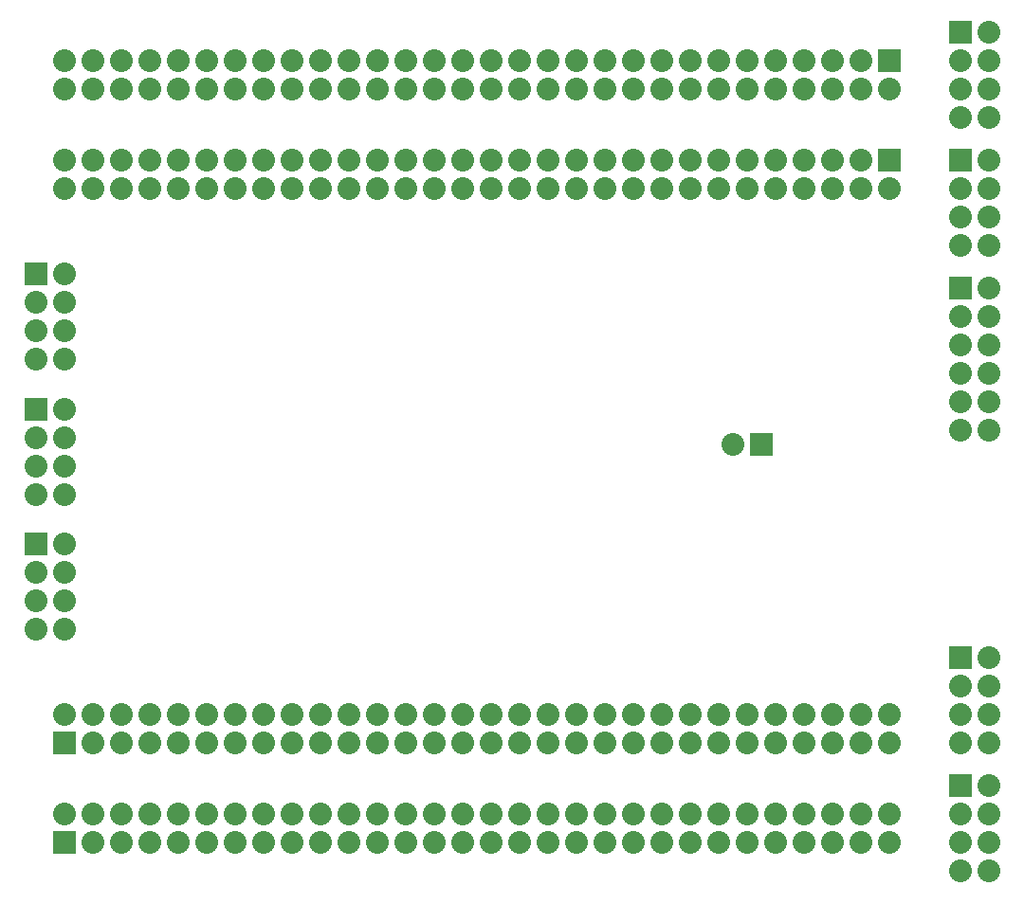
<source format=gbs>
G04 (created by PCBNEW-RS274X (2012-01-19 BZR 3256)-stable) date 01/09/2012 10:21:08*
G01*
G70*
G90*
%MOIN*%
G04 Gerber Fmt 3.4, Leading zero omitted, Abs format*
%FSLAX34Y34*%
G04 APERTURE LIST*
%ADD10C,0.006000*%
%ADD11R,0.080000X0.080000*%
%ADD12C,0.080000*%
G04 APERTURE END LIST*
G54D10*
G54D11*
X12000Y-36000D03*
G54D12*
X12000Y-35000D03*
X17000Y-36000D03*
X13000Y-35000D03*
X18000Y-36000D03*
X14000Y-35000D03*
X19000Y-36000D03*
X15000Y-35000D03*
X20000Y-36000D03*
X16000Y-35000D03*
X21000Y-36000D03*
X17000Y-35000D03*
X22000Y-36000D03*
X18000Y-35000D03*
X23000Y-36000D03*
X19000Y-35000D03*
X24000Y-36000D03*
X20000Y-35000D03*
X25000Y-36000D03*
X21000Y-35000D03*
X26000Y-36000D03*
X22000Y-35000D03*
X27000Y-36000D03*
X23000Y-35000D03*
X24000Y-35000D03*
X28000Y-36000D03*
X25000Y-35000D03*
X27000Y-35000D03*
X28000Y-35000D03*
X29000Y-35000D03*
X30000Y-35000D03*
X29000Y-36000D03*
X30000Y-36000D03*
X13000Y-36000D03*
X14000Y-36000D03*
X15000Y-36000D03*
X16000Y-36000D03*
X31000Y-36000D03*
X31000Y-35000D03*
X26000Y-35000D03*
X32000Y-36000D03*
X32000Y-35000D03*
X33000Y-36000D03*
X33000Y-35000D03*
X34000Y-36000D03*
X34000Y-35000D03*
X35000Y-36000D03*
X35000Y-35000D03*
X36000Y-36000D03*
X36000Y-35000D03*
X37000Y-36000D03*
X37000Y-35000D03*
X38000Y-36000D03*
X38000Y-35000D03*
X39000Y-36000D03*
X39000Y-35000D03*
X40000Y-36000D03*
X40000Y-35000D03*
X41000Y-36000D03*
X41000Y-35000D03*
G54D11*
X41000Y-12000D03*
G54D12*
X41000Y-13000D03*
X36000Y-12000D03*
X40000Y-13000D03*
X35000Y-12000D03*
X39000Y-13000D03*
X34000Y-12000D03*
X38000Y-13000D03*
X33000Y-12000D03*
X37000Y-13000D03*
X32000Y-12000D03*
X36000Y-13000D03*
X31000Y-12000D03*
X35000Y-13000D03*
X30000Y-12000D03*
X34000Y-13000D03*
X29000Y-12000D03*
X33000Y-13000D03*
X28000Y-12000D03*
X32000Y-13000D03*
X27000Y-12000D03*
X31000Y-13000D03*
X26000Y-12000D03*
X30000Y-13000D03*
X29000Y-13000D03*
X25000Y-12000D03*
X28000Y-13000D03*
X26000Y-13000D03*
X25000Y-13000D03*
X24000Y-13000D03*
X23000Y-13000D03*
X24000Y-12000D03*
X23000Y-12000D03*
X40000Y-12000D03*
X39000Y-12000D03*
X38000Y-12000D03*
X37000Y-12000D03*
X22000Y-12000D03*
X22000Y-13000D03*
X27000Y-13000D03*
X21000Y-12000D03*
X21000Y-13000D03*
X20000Y-12000D03*
X20000Y-13000D03*
X19000Y-12000D03*
X19000Y-13000D03*
X18000Y-12000D03*
X18000Y-13000D03*
X17000Y-12000D03*
X17000Y-13000D03*
X16000Y-12000D03*
X16000Y-13000D03*
X15000Y-12000D03*
X15000Y-13000D03*
X14000Y-12000D03*
X14000Y-13000D03*
X13000Y-12000D03*
X13000Y-13000D03*
X12000Y-12000D03*
X12000Y-13000D03*
G54D11*
X12000Y-32500D03*
G54D12*
X12000Y-31500D03*
X17000Y-32500D03*
X13000Y-31500D03*
X18000Y-32500D03*
X14000Y-31500D03*
X19000Y-32500D03*
X15000Y-31500D03*
X20000Y-32500D03*
X16000Y-31500D03*
X21000Y-32500D03*
X17000Y-31500D03*
X22000Y-32500D03*
X18000Y-31500D03*
X23000Y-32500D03*
X19000Y-31500D03*
X24000Y-32500D03*
X20000Y-31500D03*
X25000Y-32500D03*
X21000Y-31500D03*
X26000Y-32500D03*
X22000Y-31500D03*
X27000Y-32500D03*
X23000Y-31500D03*
X24000Y-31500D03*
X28000Y-32500D03*
X25000Y-31500D03*
X27000Y-31500D03*
X28000Y-31500D03*
X29000Y-31500D03*
X30000Y-31500D03*
X29000Y-32500D03*
X30000Y-32500D03*
X13000Y-32500D03*
X14000Y-32500D03*
X15000Y-32500D03*
X16000Y-32500D03*
X31000Y-32500D03*
X31000Y-31500D03*
X26000Y-31500D03*
X32000Y-32500D03*
X32000Y-31500D03*
X33000Y-32500D03*
X33000Y-31500D03*
X34000Y-32500D03*
X34000Y-31500D03*
X35000Y-32500D03*
X35000Y-31500D03*
X36000Y-32500D03*
X36000Y-31500D03*
X37000Y-32500D03*
X37000Y-31500D03*
X38000Y-32500D03*
X38000Y-31500D03*
X39000Y-32500D03*
X39000Y-31500D03*
X40000Y-32500D03*
X40000Y-31500D03*
X41000Y-32500D03*
X41000Y-31500D03*
G54D11*
X41000Y-08500D03*
G54D12*
X41000Y-09500D03*
X36000Y-08500D03*
X40000Y-09500D03*
X35000Y-08500D03*
X39000Y-09500D03*
X34000Y-08500D03*
X38000Y-09500D03*
X33000Y-08500D03*
X37000Y-09500D03*
X32000Y-08500D03*
X36000Y-09500D03*
X31000Y-08500D03*
X35000Y-09500D03*
X30000Y-08500D03*
X34000Y-09500D03*
X29000Y-08500D03*
X33000Y-09500D03*
X28000Y-08500D03*
X32000Y-09500D03*
X27000Y-08500D03*
X31000Y-09500D03*
X26000Y-08500D03*
X30000Y-09500D03*
X29000Y-09500D03*
X25000Y-08500D03*
X28000Y-09500D03*
X26000Y-09500D03*
X25000Y-09500D03*
X24000Y-09500D03*
X23000Y-09500D03*
X24000Y-08500D03*
X23000Y-08500D03*
X40000Y-08500D03*
X39000Y-08500D03*
X38000Y-08500D03*
X37000Y-08500D03*
X22000Y-08500D03*
X22000Y-09500D03*
X27000Y-09500D03*
X21000Y-08500D03*
X21000Y-09500D03*
X20000Y-08500D03*
X20000Y-09500D03*
X19000Y-08500D03*
X19000Y-09500D03*
X18000Y-08500D03*
X18000Y-09500D03*
X17000Y-08500D03*
X17000Y-09500D03*
X16000Y-08500D03*
X16000Y-09500D03*
X15000Y-08500D03*
X15000Y-09500D03*
X14000Y-08500D03*
X14000Y-09500D03*
X13000Y-08500D03*
X13000Y-09500D03*
X12000Y-08500D03*
X12000Y-09500D03*
G54D11*
X43500Y-16500D03*
G54D12*
X44500Y-16500D03*
X43500Y-17500D03*
X44500Y-17500D03*
X43500Y-18500D03*
X44500Y-18500D03*
X43500Y-19500D03*
X44500Y-19500D03*
X43500Y-20500D03*
X44500Y-20500D03*
X43500Y-21500D03*
X44500Y-21500D03*
G54D11*
X43500Y-12000D03*
G54D12*
X44500Y-12000D03*
X43500Y-13000D03*
X44500Y-13000D03*
X43500Y-14000D03*
X44500Y-14000D03*
X43500Y-15000D03*
X44500Y-15000D03*
G54D11*
X43500Y-07500D03*
G54D12*
X44500Y-07500D03*
X43500Y-08500D03*
X44500Y-08500D03*
X43500Y-09500D03*
X44500Y-09500D03*
X43500Y-10500D03*
X44500Y-10500D03*
G54D11*
X11000Y-25500D03*
G54D12*
X12000Y-25500D03*
X11000Y-26500D03*
X12000Y-26500D03*
X11000Y-27500D03*
X12000Y-27500D03*
X11000Y-28500D03*
X12000Y-28500D03*
G54D11*
X11000Y-20750D03*
G54D12*
X12000Y-20750D03*
X11000Y-21750D03*
X12000Y-21750D03*
X11000Y-22750D03*
X12000Y-22750D03*
X11000Y-23750D03*
X12000Y-23750D03*
G54D11*
X11000Y-16000D03*
G54D12*
X12000Y-16000D03*
X11000Y-17000D03*
X12000Y-17000D03*
X11000Y-18000D03*
X12000Y-18000D03*
X11000Y-19000D03*
X12000Y-19000D03*
G54D11*
X43500Y-34000D03*
G54D12*
X44500Y-34000D03*
X43500Y-35000D03*
X44500Y-35000D03*
X43500Y-36000D03*
X44500Y-36000D03*
X43500Y-37000D03*
X44500Y-37000D03*
G54D11*
X43500Y-29500D03*
G54D12*
X44500Y-29500D03*
X43500Y-30500D03*
X44500Y-30500D03*
X43500Y-31500D03*
X44500Y-31500D03*
X43500Y-32500D03*
X44500Y-32500D03*
G54D11*
X36500Y-22000D03*
G54D12*
X35500Y-22000D03*
M02*

</source>
